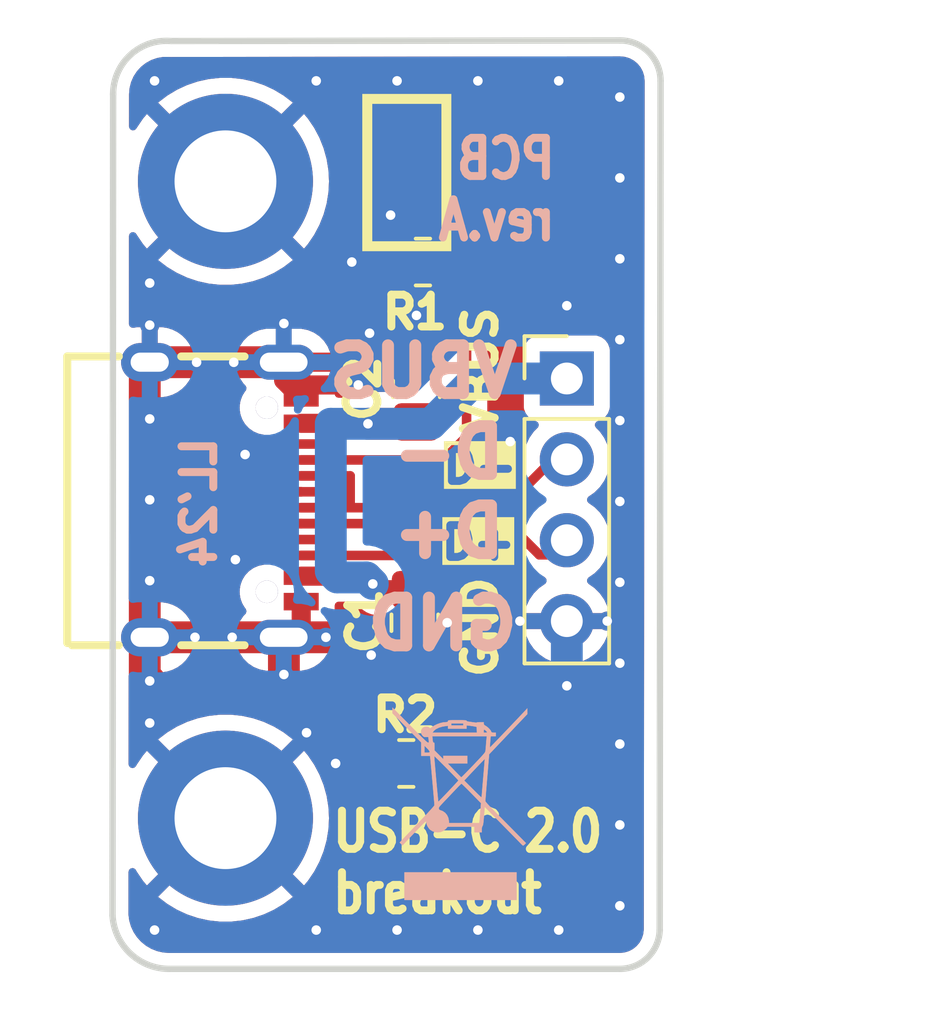
<source format=kicad_pcb>
(kicad_pcb (version 20240108) (generator "pcbnew") (generator_version "8.0")
  (layers (0 "F.Cu" signal) (31 "B.Cu" signal) (34 "B.Paste" user) (35 "F.Paste" user) (36 "B.SilkS" user "B.Silkscreen") (37 "F.SilkS" user "F.Silkscreen") (38 "B.Mask" user) (39 "F.Mask" user) (44 "Edge.Cuts" user))
  (net 0 "")
  (net 3 "GND")
  (net 4 "Net-(USB1-CC1)")
  (net 5 "Net-(USB1-CC2)")
  (net 6 "D-")
  (net 7 "D+")
  (net 8 "VBUS")
  (footprint "Capacitor_SMD:C_0805_2012Metric_Pad1.18x1.45mm_HandSolder" (layer "F.Cu") (at 103.4796 78.2535 90)
    (property "Reference" "C2" (at 0 -1.68 90) (layer "F.SilkS") (effects (font (thickness 0.4))))
    (property "Value" "1u")
    (fp_line (start -0.261252 -0.735) (end 0.261252 -0.735) (stroke (width 0.12)) (layer "F.SilkS"))
    (fp_line (start -0.261252 0.735) (end 0.261252 0.735) (stroke (width 0.12)) (layer "F.SilkS"))
    (pad "1" smd roundrect (at -1.0375 0 90) (size 1.175 1.45) (layers "F.Cu" "F.Paste" "F.Mask") (roundrect_rratio 0.212766) (net 8 "VBUS"))
    (pad "2" smd roundrect (at 1.0375 0 90) (size 1.175 1.45) (layers "F.Cu" "F.Paste" "F.Mask") (roundrect_rratio 0.212766) (net 3 "GND"))
  )
  (footprint "Capacitor_SMD:C_0805_2012Metric_Pad1.18x1.45mm_HandSolder" (layer "F.Cu") (at 103.4288 85.598 -90)
    (property "Reference" "C1" (at -0.0508 1.5748 90) (layer "F.SilkS") (effects (font (thickness 0.4))))
    (property "Value" "100n")
    (fp_line (start -0.261252 0.735) (end 0.261252 0.735) (stroke (width 0.12)) (layer "F.SilkS"))
    (fp_line (start -0.261252 -0.735) (end 0.261252 -0.735) (stroke (width 0.12)) (layer "F.SilkS"))
    (pad "1" smd roundrect (at -1.0375 0 270) (size 1.175 1.45) (layers "F.Cu" "F.Paste" "F.Mask") (roundrect_rratio 0.212766) (net 8 "VBUS"))
    (pad "2" smd roundrect (at 1.0375 0 270) (size 1.175 1.45) (layers "F.Cu" "F.Paste" "F.Mask") (roundrect_rratio 0.212766) (net 3 "GND"))
  )
  (footprint "MountingHole:MountingHole_3.2mm_M3_ISO14580_Pad_TopBottom" (layer "F.Cu") (at 97.4776 91.7352)
    (property "Reference" "H2" (hide yes))
    (property "Value" "MountingHole_Pad")
    (pad "1" thru_hole circle (at 0 0) (size 3.6 3.6) (drill 3.2) (layers "*.Cu" "*.Mask") (net 3 "GND"))
    (pad "1" connect circle (at 0 0) (size 5.5 5.5) (layers "F.Cu" "F.Mask") (net 3 "GND"))
    (pad "1" connect circle (at 0 0) (size 5.5 5.5) (layers "B.Cu" "B.Mask") (net 3 "GND"))
  )
  (footprint "Resistor_SMD:R_0805_2012Metric_Pad1.20x1.40mm_HandSolder" (layer "F.Cu") (at 103.1588 90.0176 180)
    (property "Reference" "R2" (at 0.0348 1.524 0) (layer "F.SilkS") (effects (font (thickness 0.4))))
    (property "Value" "5k1")
    (fp_line (start -0.227064 0.735) (end 0.227064 0.735) (stroke (width 0.12)) (layer "F.SilkS"))
    (fp_line (start -0.227064 -0.735) (end 0.227064 -0.735) (stroke (width 0.12)) (layer "F.SilkS"))
    (pad "1" smd roundrect (at -1 0 180) (size 1.2 1.4) (layers "F.Cu" "F.Paste" "F.Mask") (roundrect_rratio 0.208333) (net 5 "Net-(USB1-CC2)"))
    (pad "2" smd roundrect (at 1 0 180) (size 1.2 1.4) (layers "F.Cu" "F.Paste" "F.Mask") (roundrect_rratio 0.208333) (net 3 "GND"))
  )
  (footprint "Connector_PinHeader_2.54mm:PinHeader_1x04_P2.54mm_Vertical" (layer "F.Cu") (at 108.204 77.9272)
    (property "Reference" "J1" (hide yes))
    (property "Value" "USB-pins")
    (fp_line (start -1.33 -1.33) (end 0 -1.33) (stroke (width 0.12)) (layer "F.SilkS"))
    (fp_line (start -1.33 0) (end -1.33 -1.33) (stroke (width 0.12)) (layer "F.SilkS"))
    (fp_line (start -1.33 1.27) (end -1.33 8.95) (stroke (width 0.12)) (layer "F.SilkS"))
    (fp_line (start -1.33 1.27) (end 1.33 1.27) (stroke (width 0.12)) (layer "F.SilkS"))
    (fp_line (start -1.33 8.95) (end 1.33 8.95) (stroke (width 0.12)) (layer "F.SilkS"))
    (fp_line (start 1.33 1.27) (end 1.33 8.95) (stroke (width 0.12)) (layer "F.SilkS"))
    (pad "1" thru_hole rect (at 0 0) (size 1.7 1.7) (drill 1) (layers "*.Cu" "*.Mask") (net 8 "VBUS"))
    (pad "2" thru_hole oval (at 0 2.54) (size 1.7 1.7) (drill 1) (layers "*.Cu" "*.Mask") (net 6 "D-"))
    (pad "3" thru_hole oval (at 0 5.08) (size 1.7 1.7) (drill 1) (layers "*.Cu" "*.Mask") (net 7 "D+"))
    (pad "4" thru_hole oval (at 0 7.62) (size 1.7 1.7) (drill 1) (layers "*.Cu" "*.Mask") (net 3 "GND"))
  )
  (footprint "MountingHole:MountingHole_3.2mm_M3_ISO14580_Pad_TopBottom" (layer "F.Cu") (at 97.4776 71.7352)
    (property "Reference" "H1" (hide yes))
    (property "Value" "MountingHole_Pad")
    (pad "1" thru_hole circle (at 0 0) (size 3.6 3.6) (drill 3.2) (layers "*.Cu" "*.Mask") (net 3 "GND"))
    (pad "1" connect circle (at 0 0) (size 5.5 5.5) (layers "F.Cu" "F.Mask") (net 3 "GND"))
    (pad "1" connect circle (at 0 0) (size 5.5 5.5) (layers "B.Cu" "B.Mask") (net 3 "GND"))
  )
  (footprint "Resistor_SMD:R_0805_2012Metric_Pad1.20x1.40mm_HandSolder" (layer "F.Cu") (at 103.6828 74.2696 180)
    (property "Reference" "R1" (at 0.254 -1.5748 0) (layer "F.SilkS") (effects (font (thickness 0.4))))
    (property "Value" "5k1")
    (fp_line (start -0.227064 0.735) (end 0.227064 0.735) (stroke (width 0.12)) (layer "F.SilkS"))
    (fp_line (start -0.227064 -0.735) (end 0.227064 -0.735) (stroke (width 0.12)) (layer "F.SilkS"))
    (pad "1" smd roundrect (at -1 0 180) (size 1.2 1.4) (layers "F.Cu" "F.Paste" "F.Mask") (roundrect_rratio 0.208333) (net 4 "Net-(USB1-CC1)"))
    (pad "2" smd roundrect (at 1 0 180) (size 1.2 1.4) (layers "F.Cu" "F.Paste" "F.Mask") (roundrect_rratio 0.208333) (net 3 "GND"))
  )
  (footprint "usb-C-breakout:USB-C-SMD_TYPE-C-6PIN-2MD-073" (layer "F.Cu") (at 97.4776 81.7352 -90)
    (property "Reference" "USB1" (hide yes))
    (property "Value" "TYPE-C 16PIN 2MD(073)" (hide yes))
    (fp_line (start -4.5 4.97) (end -4.5 3.35) (stroke (width 0.25)) (layer "F.SilkS"))
    (fp_line (start 4.5 4.97) (end -4.5 4.97) (stroke (width 0.25)) (layer "F.SilkS"))
    (fp_line (start 4.57 4.82) (end 4.57 3.35) (stroke (width 0.25)) (layer "F.SilkS"))
    (fp_line (start -4.5 1.39) (end -4.5 -0.6) (stroke (width 0.25)) (layer "F.SilkS"))
    (fp_line (start 4.57 1.39) (end 4.57 -0.6) (stroke (width 0.25)) (layer "F.SilkS"))
    (pad "" thru_hole circle (at -2.89 -1.3 270) (size 0.7 0.7) (drill 0.7) (layers "*.Cu" "*.Mask"))
    (pad "" thru_hole circle (at 2.89 -1.3 270) (size 0.7 0.7) (drill 0.7) (layers "*.Cu" "*.Mask"))
    (pad "1" smd rect (at -3.2 -2.38 270) (size 0.55 1.1) (layers "F.Cu" "F.Paste" "F.Mask") (net 3 "GND"))
    (pad "2" smd rect (at -2.4 -2.38 270) (size 0.55 1.1) (layers "F.Cu" "F.Paste" "F.Mask") (net 8 "VBUS"))
    (pad "3" smd rect (at -1.75 -2.38 270) (size 0.3 1.1) (layers "F.Cu" "F.Paste" "F.Mask"))
    (pad "4" smd rect (at -1.25 -2.38 270) (size 0.3 1.1) (layers "F.Cu" "F.Paste" "F.Mask") (net 4 "Net-(USB1-CC1)"))
    (pad "5" smd rect (at -0.75 -2.38 270) (size 0.3 1.1) (layers "F.Cu" "F.Paste" "F.Mask") (net 6 "D-"))
    (pad "6" smd rect (at -0.25 -2.38 270) (size 0.3 1.1) (layers "F.Cu" "F.Paste" "F.Mask") (net 7 "D+"))
    (pad "7" smd rect (at 0.25 -2.38 270) (size 0.3 1.1) (layers "F.Cu" "F.Paste" "F.Mask") (net 6 "D-"))
    (pad "8" smd rect (at 0.75 -2.38 270) (size 0.3 1.1) (layers "F.Cu" "F.Paste" "F.Mask") (net 7 "D+"))
    (pad "9" smd rect (at 1.25 -2.38 270) (size 0.3 1.1) (layers "F.Cu" "F.Paste" "F.Mask"))
    (pad "10" smd rect (at 1.75 -2.38 270) (size 0.3 1.1) (layers "F.Cu" "F.Paste" "F.Mask") (net 5 "Net-(USB1-CC2)"))
    (pad "11" smd rect (at 2.4 -2.38 270) (size 0.55 1.1) (layers "F.Cu" "F.Paste" "F.Mask") (net 8 "VBUS"))
    (pad "12" smd rect (at 3.2 -2.38 270) (size 0.55 1.1) (layers "F.Cu" "F.Paste" "F.Mask") (net 3 "GND"))
    (pad "13" thru_hole oval (at -4.32 -1.83 270) (size 1.1 2) (drill oval 0.599999 1.499997) (layers "*.Cu" "*.Paste" "*.Mask") (net 3 "GND"))
    (pad "13" thru_hole oval (at -4.32 2.38 270) (size 1.2 1.8) (drill oval 0.599999 1.199998) (layers "*.Cu" "*.Paste" "*.Mask") (net 3 "GND"))
    (pad "14" thru_hole oval (at 4.32 -1.83 270) (size 1.1 2) (drill oval 0.599999 1.500022) (layers "*.Cu" "*.Paste" "*.Mask") (net 3 "GND"))
    (pad "14" thru_hole oval (at 4.32 2.38 270) (size 1.2 1.8) (drill oval 0.599999 1.199998) (layers "*.Cu" "*.Paste" "*.Mask") (net 3 "GND"))
  )
  (footprint "Symbol:WEEE-Logo_4.2x6mm_SilkScreen" (layer "B.Cu") (at 104.8512 91.2876 180)
    (property "Reference" "REF**" (hide yes))
    (property "Value" "WEEE-Logo_4.2x6mm_SilkScreen" (hide yes))
    (fp_poly (pts (xy 1.747822 -3.017822) (xy -1.772971 -3.017822) (xy -1.772971 -2.150198) (xy 1.747822 -2.150198) (xy 1.747822 -3.017822)) (stroke (width 0.01)) (fill solid) (layer "B.SilkS"))
    (fp_poly (pts (xy 2.12443 2.935152) (xy 2.123811 2.848069) (xy 1.672086 2.389109) (xy 1.220361 1.930148) (xy 1.220032 1.719529) (xy 1.219703 1.508911) (xy 0.94461 1.508911) (xy 0.937522 1.45547) (xy 0.934838 1.431112) (xy 0.930313 1.385241) (xy 0.924191 1.320595) (xy 0.916712 1.239909) (xy 0.908119 1.145919) (xy 0.898654 1.041363) (xy 0.888558 0.928975) (xy 0.878074 0.811493) (xy 0.867444 0.691652) (xy 0.856909 0.572189) (xy 0.846713 0.455841) (xy 0.837095 0.345343) (xy 0.8283 0.243431) (xy 0.820568 0.152842) (xy 0.814142 0.076313) (xy 0.809263 0.016579) (xy 0.806175 -0.023624) (xy 0.805117 -0.041559) (xy 0.805118 -0.041644) (xy 0.812827 -0.056035) (xy 0.835981 -0.085748) (xy 0.874895 -0.131131) (xy 0.929884 -0.192529) (xy 1.001264 -0.270288) (xy 1.089349 -0.364754) (xy 1.194454 -0.476272) (xy 1.316895 -0.605188) (xy 1.35131 -0.641287) (xy 1.897137 -1.213416) (xy 1.808881 -1.301436) (xy 1.737485 -1.223758) (xy 1.711366 -1.195686) (xy 1.670566 -1.152274) (xy 1.617777 -1.096366) (xy 1.555691 -1.030808) (xy 1.487 -0.958441) (xy 1.414396 -0.882112) (xy 1.37096 -0.836524) (xy 1.289416 -0.751119) (xy 1.223504 -0.68271) (xy 1.171544 -0.630053) (xy 1.131855 -0.591905) (xy 1.102757 -0.56702) (xy 1.082569 -0.554156) (xy 1.06961 -0.552068) (xy 1.0622 -0.559513) (xy 1.058658 -0.575246) (xy 1.057303 -0.598023) (xy 1.057121 -0.604239) (xy 1.047703 -0.647061) (xy 1.024497 -0.698819) (xy 0.992136 -0.751328) (xy 0.955252 -0.796403) (xy 0.940493 -0.810328) (xy 0.864767 -0.859047) (xy 0.776308 -0.886306) (xy 0.6981 -0.892773) (xy 0.609468 -0.880576) (xy 0.527612 -0.844813) (xy 0.455164 -0.786722) (xy 0.441797 -0.772262) (xy 0.392918 -0.716733) (xy -0.452674 -0.716733) (xy -0.452674 -0.892773) (xy -0.67901 -0.892773) (xy -0.67901 -0.810531) (xy -0.68185 -0.754386) (xy -0.691393 -0.715416) (xy -0.702991 -0.694219) (xy -0.711277 -0.679052) (xy -0.718373 -0.657062) (xy -0.724748 -0.624987) (xy -0.730872 -0.579569) (xy -0.737216 -0.517548) (xy -0.74425 -0.435662) (xy -0.749066 -0.374746) (xy -0.771161 -0.089343) (xy -1.313565 -0.638805) (xy -1.411637 -0.738228) (xy -1.505784 -0.833815) (xy -1.594285 -0.92381) (xy -1.67542 -1.006457) (xy -1.747469 -1.080001) (xy -1.808712 -1.142684) (xy -1.857427 -1.192752) (xy -1.891896 -1.228448) (xy -1.910379 -1.247995) (xy -1.940743 -1.278944) (xy -1.966071 -1.30053) (xy -1.979695 -1.307723) (xy -1.997095 -1.299297) (xy -2.02246 -1.278245) (xy -2.031058 -1.269671) (xy -2.067514 -1.23162) (xy -1.866802 -1.027658) (xy -1.815596 -0.975699) (xy -1.749569 -0.90882) (xy -1.671618 -0.82995) (xy -1.584638 -0.742014) (xy -1.491526 -0.647941) (xy -1.395179 -0.550658) (xy -1.298492 -0.453093) (xy -1.229134 -0.383145) (xy -1.123703 -0.27655) (xy -1.035129 -0.186307) (xy -0.962281 -0.111192) (xy -0.904023 -0.049986) (xy -0.859225 -0.001466) (xy -0.837021 0.023871) (xy -0.658724 0.023871) (xy -0.636401 -0.261555) (xy -0.629669 -0.345219) (xy -0.623157 -0.421727) (xy -0.617234 -0.487081) (xy -0.612268 -0.537281) (xy -0.608629 -0.568329) (xy -0.607458 -0.575273) (xy -0.600838 -0.603565) (xy 0.348636 -0.603565) (xy 0.354974 -0.524606) (xy 0.37411 -0.431315) (xy 0.414154 -0.348791) (xy 0.472582 -0.280038) (xy 0.546871 -0.228063) (xy 0.630252 -0.196863) (xy 0.657302 -0.182228) (xy 0.670844 -0.150819) (xy 0.671128 -0.149434) (xy 0.672753 -0.136174) (xy 0.670744 -0.122595) (xy 0.663142 -0.106181) (xy 0.647984 -0.084411) (xy 0.623312 -0.054767) (xy 0.587164 -0.014732) (xy 0.53758 0.038215) (xy 0.472599 0.106591) (xy 0.468401 0.110995) (xy 0.398507 0.184389) (xy 0.3242 0.262563) (xy 0.250586 0.340136) (xy 0.182771 0.411725) (xy 0.12586 0.471949) (xy 0.113168 0.485413) (xy 0.064513 0.53618) (xy 0.021291 0.579625) (xy -0.013395 0.612759) (xy -0.036444 0.632595) (xy -0.044182 0.636954) (xy -0.055722 0.62783) (xy -0.08271 0.6028) (xy -0.123021 0.563948) (xy -0.174529 0.513357) (xy -0.235109 0.453112) (xy -0.302636 0.385296) (xy -0.357826 0.329435) (xy -0.658724 0.023871) (xy -0.837021 0.023871) (xy -0.826751 0.035589) (xy -0.805471 0.062401) (xy -0.794251 0.080192) (xy -0.791754 0.08843) (xy -0.7927 0.10641) (xy -0.795573 0.147108) (xy -0.800187 0.208181) (xy -0.806358 0.287287) (xy -0.813898 0.382086) (xy -0.822621 0.490233) (xy -0.832343 0.609388) (xy -0.842876 0.737209) (xy -0.851365 0.839365) (xy -0.899396 1.415326) (xy -0.775805 1.415326) (xy -0.775273 1.402896) (xy -0.772769 1.36789) (xy -0.768496 1.312785) (xy -0.762653 1.240057) (xy -0.755443 1.152186) (xy -0.747066 1.051649) (xy -0.737723 0.940923) (xy -0.728758 0.835795) (xy -0.718602 0.716517) (xy -0.709142 0.60392) (xy -0.700596 0.500695) (xy -0.693179 0.409527) (xy -0.687108 0.333105) (xy -0.682601 0.274117) (xy -0.679873 0.235251) (xy -0.679116 0.220156) (xy -0.677935 0.210762) (xy -0.673256 0.207034) (xy -0.663276 0.210529) (xy -0.64619 0.222801) (xy -0.620196 0.245406) (xy -0.58349 0.2799) (xy -0.534267 0.327838) (xy -0.470726 0.390776) (xy -0.403305 0.458032) (xy -0.127601 0.733523) (xy -0.129533 0.735594) (xy 0.05271 0.735594) (xy 0.061016 0.72422) (xy 0.084267 0.697437) (xy 0.120135 0.657708) (xy 0.166287 0.607493) (xy 0.220394 0.549254) (xy 0.280126 0.485453) (xy 0.343152 0.418551) (xy 0.407142 0.35101) (xy 0.469764 0.28529) (xy 0.52869 0.223854) (xy 0.581588 0.169163) (xy 0.626128 0.123678) (xy 0.65998 0.089862) (xy 0.680812 0.070174) (xy 0.686494 0.066163) (xy 0.688366 0.079109) (xy 0.692254 0.114866) (xy 0.697943 0.171196) (xy 0.705219 0.24586) (xy 0.713869 0.33662) (xy 0.723678 0.441238) (xy 0.734434 0.557474) (xy 0.745921 0.683092) (xy 0.755093 0.784382) (xy 0.766826 0.915721) (xy 0.777665 1.039448) (xy 0.78743 1.153319) (xy 0.795937 1.255089) (xy 0.803005 1.342513) (xy 0.808451 1.413347) (xy 0.812092 1.465347) (xy 0.813747 1.496268) (xy 0.813558 1.504297) (xy 0.803666 1.497146) (xy 0.778476 1.474159) (xy 0.74019 1.437561) (xy 0.691011 1.389578) (xy 0.633139 1.332434) (xy 0.568778 1.268353) (xy 0.500129 1.199562) (xy 0.429395 1.128284) (xy 0.358778 1.056745) (xy 0.29048 0.98717) (xy 0.226704 0.921783) (xy 0.16965 0.862809) (xy 0.121522 0.812473) (xy 0.084522 0.773001) (xy 0.060852 0.746617) (xy 0.05271 0.735594) (xy -0.129533 0.735594) (xy -0.230409 0.843705) (xy -0.282768 0.899623) (xy -0.341535 0.962052) (xy -0.404385 1.028557) (xy -0.468995 1.096702) (xy -0.533042 1.164052) (xy -0.594203 1.228172) (xy -0.650153 1.286628) (xy -0.69857 1.336982) (xy -0.73713 1.376802) (xy -0.763509 1.40365) (xy -0.775384 1.415092) (xy -0.775805 1.415326) (xy -0.899396 1.415326) (xy -0.911401 1.559274) (xy -1.511938 2.190842) (xy -2.112475 2.822411) (xy -2.112034 2.910685) (xy -2.111592 2.99896) (xy -2.014583 2.895334) (xy -1.960291 2.837537) (xy -1.896192 2.769632) (xy -1.824016 2.693428) (xy -1.745492 2.610731) (xy -1.662349 2.523347) (xy -1.576319 2.433085) (xy -1.48913 2.34175) (xy -1.402513 2.251151) (xy -1.318197 2.163093) (xy -1.237912 2.079385) (xy -1.163387 2.001833) (xy -1.096354 1.932243) (xy -1.038541 1.872424) (xy -0.991679 1.824182) (xy -0.957496 1.789324) (xy -0.937724 1.769657) (xy -0.93339 1.765884) (xy -0.933092 1.779008) (xy -0.934731 1.812611) (xy -0.938023 1.86212) (xy -0.942682 1.922963) (xy -0.944682 1.947268) (xy -0.959577 2.125049) (xy -0.842955 2.125049) (xy -0.836934 2.096757) (xy -0.833863 2.074382) (xy -0.829548 2.032283) (xy -0.824488 1.975822) (xy -0.819181 1.910365) (xy -0.817344 1.886138) (xy -0.811927 1.816579) (xy -0.806459 1.751982) (xy -0.801488 1.698452) (xy -0.797561 1.66209) (xy -0.796675 1.655491) (xy -0.793334 1.641944) (xy -0.786101 1.626086) (xy -0.77344 1.606139) (xy -0.753811 1.580327) (xy -0.725678 1.546871) (xy -0.687502 1.503993) (xy -0.637746 1.449917) (xy -0.574871 1.382864) (xy -0.497341 1.301057) (xy -0.418251 1.21805) (xy -0.339564 1.135906) (xy -0.266112 1.059831) (xy -0.199724 0.991675) (xy -0.142227 0.933288) (xy -0.095451 0.886519) (xy -0.061224 0.853218) (xy -0.041373 0.835233) (xy -0.03714 0.832558) (xy -0.026003 0.842259) (xy 0.000029 0.867559) (xy 0.03843 0.905918) (xy 0.086672 0.9548) (xy 0.14223 1.011666) (xy 0.182408 1.053094) (xy 0.392169 1.27) (xy -0.226337 1.27) (xy -0.226337 1.508911) (xy 0.528119 1.508911) (xy 0.528119 1.402458) (xy 0.666435 1.540346) (xy 0.764553 1.63816) (xy 0.955643 1.63816) (xy 0.957471 1.62273) (xy 0.966723 1.614133) (xy 0.98905 1.610387) (xy 1.030105 1.609511) (xy 1.037376 1.609505) (xy 1.119109 1.609505) (xy 1.119109 1.828828) (xy 1.037376 1.747821) (xy 0.99127 1.698572) (xy 0.963694 1.660841) (xy 0.955643 1.63816) (xy 0.764553 1.63816) (xy 0.804752 1.678234) (xy 0.804752 1.801048) (xy 0.805137 1.85755) (xy 0.8069 1.893495) (xy 0.81095 1.91347) (xy 0.818199 1.922063) (xy 0.82913 1.923861) (xy 0.841288 1.926502) (xy 0.850273 1.937088) (xy 0.857174 1.959619) (xy 0.863076 1.998091) (xy 0.869065 2.056502) (xy 0.870987 2.077896) (xy 0.875148 2.125049) (xy -0.842955 2.125049) (xy -0.959577 2.125049) (xy -1.119109 2.125049) (xy -1.119109 2.238218) (xy -1.051314 2.238218) (xy -1.011662 2.239304) (xy -0.990116 2.244546) (xy -0.98748 2.247666) (xy -0.848616 2.247666) (xy -0.841308 2.240538) (xy -0.815993 2.238338) (xy -0.798908 2.238218) (xy -0.741881 2.238218) (xy -0.529221 2.238218) (xy 0.885302 2.238218) (xy 0.837458 2.287214) (xy 0.76315 2.347676) (xy 0.671184 2.394309) (xy 0.560002 2.427751) (xy 0.449529 2.446247) (xy 0.377227 2.454878) (xy 0.377227 2.36396) (xy -0.201188 2.36396) (xy -0.201188 2.467107) (xy -0.286065 2.458504) (xy -0.345368 2.451244) (xy -0.408551 2.441621) (xy -0.446386 2.434748) (xy -0.521832 2.419593) (xy -0.525526 2.328905) (xy -0.529221 2.238218) (xy -0.741881 2.238218) (xy -0.741881 2.288515) (xy -0.743544 2.320024) (xy -0.747697 2.337537) (xy -0.749371 2.338812) (xy -0.767987 2.330746) (xy -0.795183 2.31118) (xy -0.822448 2.287056) (xy -0.841267 2.265318) (xy -0.842943 2.262492) (xy -0.848616 2.247666) (xy -0.98748 2.247666) (xy -0.979662 2.256919) (xy -0.975442 2.270396) (xy -0.958219 2.305373) (xy -0.925138 2.347421) (xy -0.881893 2.390644) (xy -0.834174 2.429146) (xy -0.80283 2.449199) (xy -0.767123 2.471149) (xy -0.748819 2.489589) (xy -0.742388 2.511332) (xy -0.741894 2.524282) (xy -0.741894 2.527425) (xy -0.100594 2.527425) (xy -0.100594 2.464554) (xy 0.276633 2.464554) (xy 0.276633 2.527425) (xy -0.100594 2.527425) (xy -0.741894 2.527425) (xy -0.741881 2.565148) (xy -0.636048 2.565148) (xy -0.587355 2.563971) (xy -0.549405 2.560835) (xy -0.528308 2.556329) (xy -0.526023 2.554505) (xy -0.512641 2.551705) (xy -0.480074 2.552852) (xy -0.433916 2.557607) (xy -0.402376 2.561997) (xy -0.345188 2.570622) (xy -0.292886 2.578409) (xy -0.253582 2.584153) (xy -0.242055 2.585785) (xy -0.211937 2.595112) (xy -0.201188 2.609728) (xy -0.19792 2.61568) (xy -0.18623 2.620222) (xy -0.163288 2.62353) (xy -0.126265 2.625785) (xy -0.072332 2.627166) (xy 0.00134 2.62785) (xy 0.08802 2.62802) (xy 0.180529 2.627923) (xy 0.250906 2.62747) (xy 0.302164 2.62641) (xy 0.33732 2.624497) (xy 0.359389 2.621481) (xy 0.371385 2.617115) (xy 0.376324 2.611151) (xy 0.377227 2.604216) (xy 0.384921 2.582205) (xy 0.410121 2.569679) (xy 0.456009 2.565212) (xy 0.464264 2.565148) (xy 0.541973 2.557132) (xy 0.630233 2.535064) (xy 0.721085 2.501916) (xy 0.80657 2.460661) (xy 0.878726 2.414269) (xy 0.888072 2.406918) (xy 0.918533 2.383002) (xy 0.936572 2.373424) (xy 0.949169 2.37652) (xy 0.9621 2.389296) (xy 1.000293 2.414322) (xy 1.049998 2.423929) (xy 1.103524 2.418933) (xy 1.153178 2.400149) (xy 1.191267 2.368394) (xy 1.194025 2.364703) (xy 1.222526 2.305425) (xy 1.227828 2.244066) (xy 1.210518 2.185573) (xy 1.17118 2.134896) (xy 1.16637 2.130711) (xy 1.13844 2.110833) (xy 1.110102 2.102079) (xy 1.070263 2.101447) (xy 1.060311 2.102008) (xy 1.021332 2.103438) (xy 1.001254 2.100161) (xy 0.993985 2.090272) (xy 0.99324 2.081039) (xy 0.991716 2.054256) (xy 0.987935 2.013975) (xy 0.985218 1.989876) (xy 0.981277 1.951599) (xy 0.982916 1.932004) (xy 0.992421 1.924842) (xy 1.009351 1.923861) (xy 1.019392 1.927099) (xy 1.03559 1.93758) (xy 1.059145 1.956452) (xy 1.091257 1.984865) (xy 1.133128 2.023965) (xy 1.185957 2.074903) (xy 1.250945 2.138827) (xy 1.329291 2.216886) (xy 1.422197 2.310228) (xy 1.530863 2.420002) (xy 1.583231 2.473048) (xy 2.125049 3.022233) (xy 2.12443 2.935152)) (stroke (width 0.01)) (fill solid) (layer "B.SilkS"))
  )
  (gr_arc (start 109.8804 67.31) (mid 110.778426 67.681974) (end 111.1504 68.58) (stroke (width 0.2)) (layer "Edge.Cuts"))
  (gr_arc (start 111.122958 95.249988) (mid 110.744 96.114107) (end 109.869804 96.4692) (stroke (width 0.2)) (layer "Edge.Cuts"))
  (gr_line (start 95.7072 96.4692) (end 109.869804 96.4692) (stroke (width 0.2)) (layer "Edge.Cuts"))
  (gr_arc (start 95.7072 96.4692) (mid 94.484362 95.983009) (end 93.9292 94.7899) (stroke (width 0.2)) (layer "Edge.Cuts"))
  (gr_line (start 95.759967 67.328647) (end 109.8804 67.31) (stroke (width 0.2)) (layer "Edge.Cuts"))
  (gr_arc (start 93.948085 68.999563) (mid 94.488 67.7672) (end 95.759967 67.328647) (stroke (width 0.2)) (layer "Edge.Cuts"))
  (gr_line (start 93.9292 94.7899) (end 93.948085 68.999563) (stroke (width 0.2)) (layer "Edge.Cuts"))
  (gr_line (start 111.122958 95.249988) (end 111.1504 68.58) (stroke (width 0.2)) (layer "Edge.Cuts"))
  (gr_text "D-" (at 106.426 81.1276 0) (layer "B.SilkS") (effects (font (size 1.5 1.5) (thickness 0.375) (bold yes)) (justify left bottom mirror)))
  (gr_text "GND" (at 106.8324 86.5124 0) (layer "B.SilkS") (effects (font (size 1.5 1.5) (thickness 0.375) (bold yes)) (justify left bottom mirror)))
  (gr_text "D+" (at 106.426 83.6168 0) (layer "B.SilkS") (effects (font (size 1.5 1.5) (thickness 0.375) (bold yes)) (justify left bottom mirror)))
  (gr_text "VBUS" (at 106.8324 78.5876 0) (layer "B.SilkS") (effects (font (size 1.5 1.5) (thickness 0.375) (bold yes)) (justify left bottom mirror)))
  (gr_text "LL'24" (at 97.2312 79.6544 90) (layer "B.SilkS") (effects (font (size 1 1) (thickness 0.25) (bold yes)) (justify left bottom mirror)))
  (gr_text "PCB\nrev.A" (at 107.95 73.66 -0) (layer "B.SilkS") (effects (font (size 1.2 1) (thickness 0.25) (bold yes)) (justify left bottom mirror)))
  (gr_text "D-" (at 104.1908 81.28 0) (layer "F.SilkS" knockout) (effects (font (size 1 1) (thickness 0.25) (bold yes)) (justify left bottom)))
  (gr_text "USB-C 2.0\nbreakout" (at 100.7364 94.7928 0) (layer "F.SilkS") (effects (font (size 1.2 1) (thickness 0.25) (bold yes)) (justify left bottom)))
  (gr_text "D+" (at 104.14 83.6676 0) (layer "F.SilkS" knockout) (effects (font (size 1 1) (thickness 0.25) (bold yes)) (justify left bottom)))
  (gr_text "" (at 101.4984 73.6092 0) (layer "F.SilkS") (effects (font (size 4 4) (thickness 0.3) (bold yes)) (justify left bottom)))
  (gr_text "VBUS" (at 106.0704 79.756 90) (layer "F.SilkS") (effects (font (size 1 1) (thickness 0.25) (bold yes)) (justify left bottom)))
  (gr_text "GND" (at 106.0704 87.4268 90) (layer "F.SilkS") (effects (font (size 1 1) (thickness 0.25) (bold yes)) (justify left bottom)))
  (segment (start 99.314 87.2236) (end 99.314 86.0616) (width 1) (layer "F.Cu") (net 3))
  (segment (start 103.2804 77.4152) (end 103.4796 77.216) (width 0.6) (layer "F.Cu") (net 3))
  (segment (start 94.941102 78.536536) (end 94.941809 77.570991) (width 1) (layer "F.Cu") (net 3))
  (segment (start 99.8576 84.9352) (end 99.8576 86.0552) (width 0.6) (layer "F.Cu") (net 3))
  (segment (start 102.7176 77.216) (end 102.0064 76.5048) (width 1) (layer "F.Cu") (net 3))
  (segment (start 99.8576 86.0552) (end 99.3076 86.0552) (width 0.6) (layer "F.Cu") (net 3))
  (segment (start 103.4796 77.216) (end 102.7176 77.216) (width 1) (layer "F.Cu") (net 3))
  (segment (start 95.0976 87.4268) (end 94.941102 87.270302) (width 1) (layer "F.Cu") (net 3))
  (segment (start 99.3076 77.9852) (end 99.8576 78.5352) (width 0.6) (layer "F.Cu") (net 3))
  (segment (start 101.6508 78.1304) (end 100.0228 78.1304) (width 0.6) (layer "F.Cu") (net 3))
  (segment (start 95.0976 77.4152) (end 99.3076 77.4152) (width 1) (layer "F.Cu") (net 3))
  (segment (start 99.3076 77.4152) (end 99.3076 77.9852) (width 0.6) (layer "F.Cu") (net 3))
  (segment (start 103.4796 77.216) (end 103.4796 75.946) (width 1) (layer "F.Cu") (net 3))
  (segment (start 102.0787 86.6355) (end 102.0572 86.614) (width 0.6) (layer "F.Cu") (net 3))
  (segment (start 99.3076 77.4152) (end 103.2804 77.4152) (width 0.6) (layer "F.Cu") (net 3))
  (segment (start 102.1588 90.0176) (end 100.9396 90.0176) (width 0.6) (layer "F.Cu") (net 3))
  (segment (start 100.6348 86.0552) (end 99.3076 86.0552) (width 1) (layer "F.Cu") (net 3))
  (segment (start 103.4288 86.6355) (end 102.0787 86.6355) (width 0.6) (layer "F.Cu") (net 3))
  (segment (start 100.0228 78.1304) (end 99.3076 77.4152) (width 0.6) (layer "F.Cu") (net 3))
  (segment (start 99.314 86.0616) (end 99.3076 86.0552) (width 1) (layer "F.Cu") (net 3))
  (segment (start 94.941102 87.270302) (end 94.941102 78.536536) (width 1) (layer "F.Cu") (net 3))
  (segment (start 99.3076 86.0552) (end 95.0976 86.0552) (width 1) (layer "F.Cu") (net 3))
  (segment (start 94.941809 77.570991) (end 95.0976 77.4152) (width 1) (layer "F.Cu") (net 3))
  (via (at 109.869804 84.328) (size 0.6) (drill 0.3) (layers "F.Cu" "B.Cu") (net 3))
  (via (at 100.9396 90.0176) (size 0.6) (drill 0.3) (layers "F.Cu" "B.Cu") (net 3))
  (via (at 101.6508 78.1304) (size 0.6) (drill 0.3) (layers "F.Cu" "B.Cu") (net 3))
  (via (at 96.5708 77.4192) (size 0.6) (drill 0.3) (layers "F.Cu" "B.Cu") (net 3))
  (via (at 109.869804 86.868) (size 0.6) (drill 0.3) (layers "F.Cu" "B.Cu") (net 3))
  (via (at 95.0976 87.4268) (size 0.6) (drill 0.3) (layers "F.Cu" "B.Cu") (net 3))
  (via (at 103.4796 75.946) (size 0.6) (drill 0.3) (layers "F.Cu" "B.Cu") (net 3))
  (via (at 109.869804 69.088) (size 0.6) (drill 0.3) (layers "F.Cu" "B.Cu") (net 3))
  (via (at 95.0976 79.1972) (size 0.6) (drill 0.3) (layers "F.Cu" "B.Cu") (net 3))
  (via (at 100.33 95.25) (size 0.6) (drill 0.3) (layers "F.Cu" "B.Cu") (net 3))
  (via (at 100.33 68.58) (size 0.6) (drill 0.3) (layers "F.Cu" "B.Cu") (net 3))
  (via (at 100.6348 86.0552) (size 0.6) (drill 0.3) (layers "F.Cu" "B.Cu") (net 3))
  (via (at 102.0064 76.5048) (size 0.6) (drill 0.3) (layers "F.Cu" "B.Cu") (net 3))
  (via (at 109.869804 94.488) (size 0.6) (drill 0.3) (layers "F.Cu" "B.Cu") (net 3))
  (via (at 95.0976 88.7476) (size 0.6) (drill 0.3) (layers "F.Cu" "B.Cu") (net 3))
  (via (at 109.869804 79.248) (size 0.6) (drill 0.3) (layers "F.Cu" "B.Cu") (net 3))
  (via (at 101.4476 74.2696) (size 0.6) (drill 0.3) (layers "F.Cu" "B.Cu") (net 3))
  (via (at 102.87 68.58) (size 0.6) (drill 0.3) (layers "F.Cu" "B.Cu") (net 3))
  (via (at 102.0572 86.614) (size 0.6) (drill 0.3) (layers "F.Cu" "B.Cu") (net 3))
  (via (at 96.52 86.0552) (size 0.6) (drill 0.3) (layers "F.Cu" "B.Cu") (net 3))
  (via (at 109.869804 89.408) (size 0.6) (drill 0.3) (layers "F.Cu" "B.Cu") (net 3))
  (via (at 97.6884 86.0552) (size 0.6) (drill 0.3) (layers "F.Cu" "B.Cu") (net 3))
  (via (at 109.869804 76.708) (size 0.6) (drill 0.3) (layers "F.Cu" "B.Cu") (net 3))
  (via (at 97.7392 77.4192) (size 0.6) (drill 0.3) (layers "F.Cu" "B.Cu") (net 3))
  (via (at 95.0976 84.2772) (size 0.6) (drill 0.3) (layers "F.Cu" "B.Cu") (net 3))
  (via (at 99.314 76.2) (size 0.6) (drill 0.3) (layers "F.Cu" "B.Cu") (net 3))
  (via (at 95.0976 81.7372) (size 0.6) (drill 0.3) (layers "F.Cu" "B.Cu") (net 3))
  (via (at 106.7308 85.5472) (size 0.6) (drill 0.3) (layers "F.Cu" "B.Cu") (net 3))
  (via (at 95.25 68.58) (size 0.6) (drill 0.3) (layers "F.Cu" "B.Cu") (net 3))
  (via (at 109.869804 81.788) (size 0.6) (drill 0.3) (layers "F.Cu" "B.Cu") (net 3))
  (via (at 107.95 68.58) (size 0.6) (drill 0.3) (layers "F.Cu" "B.Cu") (net 3))
  (via (at 105.41 95.25) (size 0.6) (drill 0.3) (layers "F.Cu" "B.Cu") (net 3))
  (via (at 104.4448 85.598) (size 0.6) (drill 0.3) (layers "F.Cu" "B.Cu") (net 3))
  (via (at 108.204 75.6412) (size 0.6) (drill 0.3) (layers "F.Cu" "B.Cu") (net 3))
  (via (at 102.6668 72.7964) (size 0.6) (drill 0.3) (layers "F.Cu" "B.Cu") (net 3))
  (via (at 98.0948 80.3148) (size 0.6) (drill 0.3) (layers "F.Cu" "B.Cu") (net 3))
  (via (at 95.25 95.25) (size 0.6) (drill 0.3) (layers "F.Cu" "B.Cu") (net 3))
  (via (at 108.204 87.5792) (size 0.6) (drill 0.3) (layers "F.Cu" "B.Cu") (net 3))
  (via (at 109.869804 71.628) (size 0.6) (drill 0.3) (layers "F.Cu" "B.Cu") (net 3))
  (via (at 109.474 85.5472) (size 0.6) (drill 0.3) (layers "F.Cu" "B.Cu") (net 3))
  (via (at 95.0976 76.2508) (size 0.6) (drill 0.3) (layers "F.Cu" "B.Cu") (net 3))
  (via (at 100.0252 89.0524) (size 0.6) (drill 0.3) (layers "F.Cu" "B.Cu") (net 3))
  (via (at 109.869804 91.948) (size 0.6) (drill 0.3) (layers "F.Cu" "B.Cu") (net 3))
  (via (at 107.95 95.25) (size 0.6) (drill 0.3) (layers "F.Cu" "B.Cu") (net 3))
  (via (at 95.0976 74.93) (size 0.6) (drill 0.3) (layers "F.Cu" "B.Cu") (net 3))
  (via (at 109.869804 74.168) (size 0.6) (drill 0.3) (layers "F.Cu" "B.Cu") (net 3))
  (via (at 97.79 83.6168) (size 0.6) (drill 0.3) (layers "F.Cu" "B.Cu") (net 3))
  (via (at 99.314 87.2236) (size 0.6) (drill 0.3) (layers "F.Cu" "B.Cu") (net 3))
  (via (at 106.426 79.9084) (size 0.6) (drill 0.3) (layers "F.Cu" "B.Cu") (net 3))
  (via (at 105.41 68.58) (size 0.6) (drill 0.3) (layers "F.Cu" "B.Cu") (net 3))
  (via (at 102.87 95.25) (size 0.6) (drill 0.3) (layers "F.Cu" "B.Cu") (net 3))
  (segment (start 108.204 85.5472) (end 108.204 87.5792) (width 1) (layer "B.Cu") (net 3))
  (segment (start 104.3252 80.4852) (end 105.0544 79.756) (width 0.3) (layer "F.Cu") (net 4))
  (segment (start 105.0544 79.756) (end 105.0544 74.6412) (width 0.3) (layer "F.Cu") (net 4))
  (segment (start 105.0544 74.6412) (end 104.6828 74.2696) (width 0.3) (layer "F.Cu") (net 4))
  (segment (start 99.8576 80.4852) (end 104.3252 80.4852) (width 0.3) (layer "F.Cu") (net 4))
  (segment (start 104.1588 90.0176) (end 104.1908 90.0176) (width 0.3) (layer "F.Cu") (net 5))
  (segment (start 104.1908 90.0176) (end 105.5116 88.6968) (width 0.3) (layer "F.Cu") (net 5))
  (segment (start 104.7704 83.4852) (end 99.8576 83.4852) (width 0.3) (layer "F.Cu") (net 5))
  (segment (start 105.5116 84.2264) (end 104.7704 83.4852) (width 0.3) (layer "F.Cu") (net 5))
  (segment (start 105.5116 88.6968) (end 105.5116 84.2264) (width 0.3) (layer "F.Cu") (net 5))
  (segment (start 107.7722 80.4672) (end 108.204 80.4672) (width 0.3) (layer "F.Cu") (net 6))
  (segment (start 106.2542 81.9852) (end 107.7722 80.4672) (width 0.3) (layer "F.Cu") (net 6))
  (segment (start 101.3968 80.9852) (end 101.3968 81.9404) (width 0.3) (layer "F.Cu") (net 6))
  (segment (start 99.8576 80.9852) (end 101.3968 80.9852) (width 0.3) (layer "F.Cu") (net 6))
  (segment (start 99.8576 81.9852) (end 106.2542 81.9852) (width 0.3) (layer "F.Cu") (net 6))
  (segment (start 99.8576 82.4852) (end 106.3612 82.4852) (width 0.3) (layer "F.Cu") (net 7))
  (segment (start 98.3488 82.4852) (end 98.3488 81.4852) (width 0.3) (layer "F.Cu") (net 7))
  (segment (start 106.3612 82.4852) (end 107.3404 83.4644) (width 0.3) (layer "F.Cu") (net 7))
  (segment (start 99.8576 82.4852) (end 98.3488 82.4852) (width 0.3) (layer "F.Cu") (net 7))
  (segment (start 107.3404 83.4644) (end 107.7468 83.4644) (width 0.3) (layer "F.Cu") (net 7))
  (segment (start 107.7468 83.4644) (end 108.204 83.0072) (width 0.3) (layer "F.Cu") (net 7))
  (segment (start 98.3488 81.4852) (end 99.8576 81.4852) (width 0.3) (layer "F.Cu") (net 7))
  (segment (start 101.9412 79.3352) (end 101.9556 79.3496) (width 0.6) (layer "F.Cu") (net 8))
  (segment (start 102.2897 84.5605) (end 102.108 84.3788) (width 0.6) (layer "F.Cu") (net 8))
  (segment (start 101.8644 84.1352) (end 102.108 84.3788) (width 0.6) (layer "F.Cu") (net 8))
  (segment (start 103.421 79.3496) (end 103.4796 79.291) (width 1) (layer "F.Cu") (net 8))
  (segment (start 99.8576 84.1352) (end 101.8644 84.1352) (width 0.6) (layer "F.Cu") (net 8))
  (segment (start 99.8576 79.3352) (end 101.9412 79.3352) (width 0.6) (layer "F.Cu") (net 8))
  (segment (start 103.4288 84.5605) (end 102.2897 84.5605) (width 0.6) (layer "F.Cu") (net 8))
  (segment (start 101.9556 79.3496) (end 103.421 79.3496) (width 1) (layer "F.Cu") (net 8))
  (via (at 102.108 84.3788) (size 0.6) (drill 0.3) (layers "F.Cu" "B.Cu") (net 8))
  (via (at 101.9556 79.3496) (size 0.6) (drill 0.3) (layers "F.Cu" "B.Cu") (net 8))
  (segment (start 105.3592 77.9272) (end 103.9368 79.3496) (width 1) (layer "B.Cu") (net 8))
  (segment (start 100.7872 83.9724) (end 100.9904 84.1756) (width 1) (layer "B.Cu") (net 8))
  (segment (start 103.9368 79.3496) (end 101.9556 79.3496) (width 1) (layer "B.Cu") (net 8))
  (segment (start 100.9904 84.1756) (end 101.9048 84.1756) (width 1) (layer "B.Cu") (net 8))
  (segment (start 100.7872 79.3496) (end 100.7872 83.9724) (width 1) (layer "B.Cu") (net 8))
  (segment (start 101.9048 84.1756) (end 102.108 84.3788) (width 1) (layer "B.Cu") (net 8))
  (segment (start 101.9556 79.3496) (end 100.7872 79.3496) (width 1) (layer "B.Cu") (net 8))
  (segment (start 107.8992 77.9272) (end 105.3592 77.9272) (width 1) (layer "B.Cu") (net 8))
  (zone (net 3) (net_name "GND") (layer "F.Cu") (connect_pads (clearance 0.5)) (min_thickness 0.25) (fill yes (thermal_gap 0.5) (thermal_bridge_width 0.5) (island_removal_mode 1) (island_area_min 10))
    (polygon (pts (xy 93.3196 66.8528) (xy 118.618 66.802) (xy 118.5672 97.1296) (xy 91.7448 97.4344)))
  )
  (zone (net 3) (net_name "GND") (layer "B.Cu") (priority 1) (connect_pads (clearance 0.5)) (min_thickness 0.25) (fill yes (thermal_gap 0.5) (thermal_bridge_width 0.5) (island_removal_mode 1) (island_area_min 10))
    (polygon (pts (xy 92.7608 66.04) (xy 119.5324 66.0908) (xy 119.6848 98.1964) (xy 91.2368 98.1964)))
  )
)
</source>
